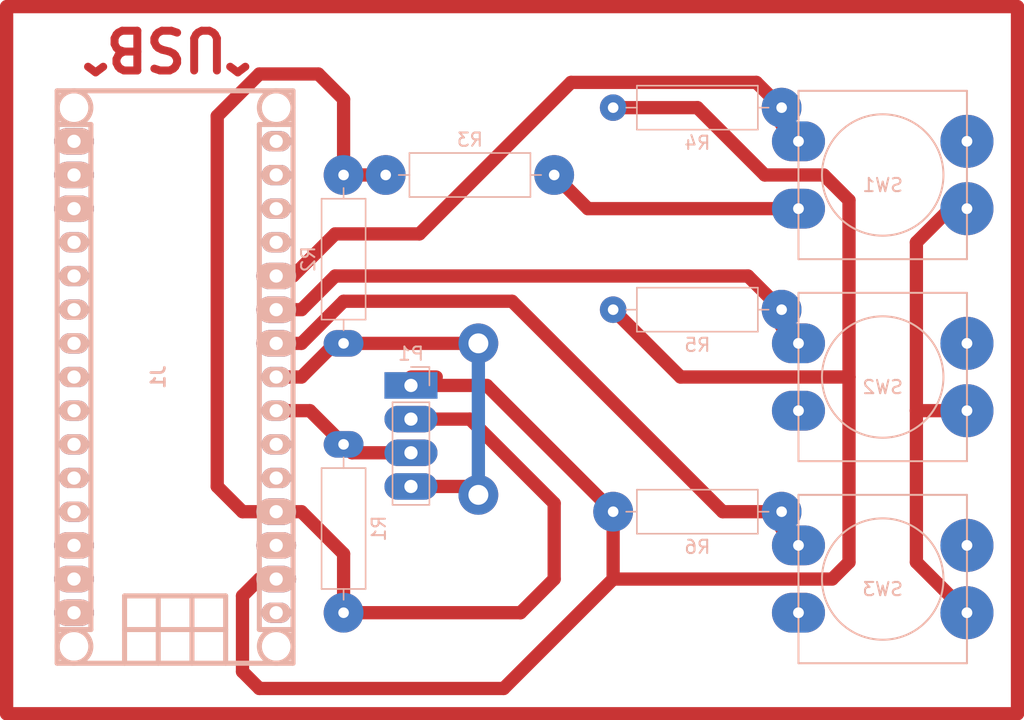
<source format=kicad_pcb>
(kicad_pcb (version 4) (host pcbnew 4.0.4-stable)

  (general
    (links 27)
    (no_connects 6)
    (area 0 0 0 0)
    (thickness 1.6)
    (drawings 1)
    (tracks 82)
    (zones 0)
    (modules 11)
    (nets 32)
  )

  (page A4)
  (layers
    (0 F.Cu signal)
    (31 B.Cu signal)
    (32 B.Adhes user)
    (33 F.Adhes user)
    (34 B.Paste user)
    (35 F.Paste user)
    (36 B.SilkS user)
    (37 F.SilkS user)
    (38 B.Mask user)
    (39 F.Mask user)
    (40 Dwgs.User user)
    (41 Cmts.User user)
    (42 Eco1.User user)
    (43 Eco2.User user)
    (44 Edge.Cuts user)
    (45 Margin user)
    (46 B.CrtYd user)
    (47 F.CrtYd user)
    (48 B.Fab user)
    (49 F.Fab user)
  )

  (setup
    (last_trace_width 0.25)
    (user_trace_width 1)
    (trace_clearance 0.2)
    (zone_clearance 0.508)
    (zone_45_only no)
    (trace_min 0.2)
    (segment_width 0.2)
    (edge_width 0.15)
    (via_size 0.6)
    (via_drill 0.4)
    (via_min_size 0.4)
    (via_min_drill 0.3)
    (user_via 3 1.5)
    (uvia_size 0.3)
    (uvia_drill 0.1)
    (uvias_allowed no)
    (uvia_min_size 0.2)
    (uvia_min_drill 0.1)
    (pcb_text_width 0.3)
    (pcb_text_size 1.5 1.5)
    (mod_edge_width 0.15)
    (mod_text_size 1 1)
    (mod_text_width 0.15)
    (pad_size 4 2)
    (pad_drill 1)
    (pad_to_mask_clearance 0.2)
    (aux_axis_origin 0 0)
    (visible_elements FFFFFF7F)
    (pcbplotparams
      (layerselection 0x00030_80000001)
      (usegerberextensions false)
      (excludeedgelayer true)
      (linewidth 0.600000)
      (plotframeref false)
      (viasonmask false)
      (mode 1)
      (useauxorigin false)
      (hpglpennumber 1)
      (hpglpenspeed 20)
      (hpglpendiameter 15)
      (hpglpenoverlay 2)
      (psnegative false)
      (psa4output false)
      (plotreference true)
      (plotvalue true)
      (plotinvisibletext false)
      (padsonsilk false)
      (subtractmaskfromsilk false)
      (outputformat 1)
      (mirror false)
      (drillshape 1)
      (scaleselection 1)
      (outputdirectory ""))
  )

  (net 0 "")
  (net 1 "Net-(J1-Pad1)")
  (net 2 "Net-(J1-Pad2)")
  (net 3 "Net-(J1-Pad3)")
  (net 4 "Net-(J1-Pad4)")
  (net 5 "Net-(J1-Pad5)")
  (net 6 "Net-(J1-Pad6)")
  (net 7 "Net-(J1-Pad7)")
  (net 8 "Net-(J1-Pad8)")
  (net 9 "Net-(J1-Pad9)")
  (net 10 "Net-(J1-Pad10)")
  (net 11 "Net-(J1-Pad11)")
  (net 12 "Net-(J1-Pad12)")
  (net 13 "Net-(J1-Pad13)")
  (net 14 "Net-(J1-Pad14)")
  (net 15 "Net-(J1-Pad15)")
  (net 16 "Net-(J1-Pad16)")
  (net 17 "Net-(J1-Pad17)")
  (net 18 "Net-(J1-Pad18)")
  (net 19 "Net-(J1-Pad19)")
  (net 20 "Net-(J1-Pad20)")
  (net 21 "Net-(J1-Pad21)")
  (net 22 "Net-(J1-Pad22)")
  (net 23 "Net-(J1-Pad23)")
  (net 24 "Net-(J1-Pad24)")
  (net 25 "Net-(J1-Pad25)")
  (net 26 "Net-(J1-Pad26)")
  (net 27 "Net-(J1-Pad27)")
  (net 28 "Net-(J1-Pad28)")
  (net 29 "Net-(J1-Pad29)")
  (net 30 "Net-(J1-Pad30)")
  (net 31 "Net-(R3-Pad1)")

  (net_class Default "This is the default net class."
    (clearance 0.2)
    (trace_width 0.25)
    (via_dia 0.6)
    (via_drill 0.4)
    (uvia_dia 0.3)
    (uvia_drill 0.1)
    (add_net "Net-(J1-Pad1)")
    (add_net "Net-(J1-Pad10)")
    (add_net "Net-(J1-Pad11)")
    (add_net "Net-(J1-Pad12)")
    (add_net "Net-(J1-Pad13)")
    (add_net "Net-(J1-Pad14)")
    (add_net "Net-(J1-Pad15)")
    (add_net "Net-(J1-Pad16)")
    (add_net "Net-(J1-Pad17)")
    (add_net "Net-(J1-Pad18)")
    (add_net "Net-(J1-Pad19)")
    (add_net "Net-(J1-Pad2)")
    (add_net "Net-(J1-Pad20)")
    (add_net "Net-(J1-Pad21)")
    (add_net "Net-(J1-Pad22)")
    (add_net "Net-(J1-Pad23)")
    (add_net "Net-(J1-Pad24)")
    (add_net "Net-(J1-Pad25)")
    (add_net "Net-(J1-Pad26)")
    (add_net "Net-(J1-Pad27)")
    (add_net "Net-(J1-Pad28)")
    (add_net "Net-(J1-Pad29)")
    (add_net "Net-(J1-Pad3)")
    (add_net "Net-(J1-Pad30)")
    (add_net "Net-(J1-Pad4)")
    (add_net "Net-(J1-Pad5)")
    (add_net "Net-(J1-Pad6)")
    (add_net "Net-(J1-Pad7)")
    (add_net "Net-(J1-Pad8)")
    (add_net "Net-(J1-Pad9)")
    (add_net "Net-(R3-Pad1)")
  )

  (module Buttons_Switches_ThroughHole:SW_PUSH-12mm (layer B.Cu) (tedit 58A59FE3) (tstamp 58A5A22B)
    (at 220.345 68.58)
    (path /58A5991E)
    (fp_text reference SW1 (at 0 0.762) (layer B.SilkS)
      (effects (font (size 1 1) (thickness 0.15)) (justify mirror))
    )
    (fp_text value SW_PUSH (at 0 -1.016) (layer B.Fab)
      (effects (font (size 1 1) (thickness 0.15)) (justify mirror))
    )
    (fp_circle (center 0 0) (end 3.81 -2.54) (layer B.SilkS) (width 0.15))
    (fp_line (start -6.35 6.35) (end 6.35 6.35) (layer B.SilkS) (width 0.15))
    (fp_line (start 6.35 6.35) (end 6.35 -6.35) (layer B.SilkS) (width 0.15))
    (fp_line (start 6.35 -6.35) (end -6.35 -6.35) (layer B.SilkS) (width 0.15))
    (fp_line (start -6.35 -6.35) (end -6.35 6.35) (layer B.SilkS) (width 0.15))
    (pad 1 thru_hole oval (at 6.35 2.54) (size 4 4) (drill 0.8128) (layers *.Cu *.Mask)
      (net 31 "Net-(R3-Pad1)"))
    (pad 2 thru_hole oval (at 6.35 -2.54) (size 4 4) (drill 0.8128) (layers *.Cu *.Mask)
      (net 20 "Net-(J1-Pad20)"))
    (pad 1 thru_hole oval (at -6.35 2.54) (size 4 3) (drill 0.8128) (layers *.Cu *.Mask)
      (net 31 "Net-(R3-Pad1)"))
    (pad 2 thru_hole oval (at -6.35 -2.54) (size 4 3) (drill 0.8128) (layers *.Cu *.Mask)
      (net 20 "Net-(J1-Pad20)"))
    (model Buttons_Switches_ThroughHole.3dshapes/SW_PUSH-12mm.wrl
      (at (xyz 0 0 0))
      (scale (xyz 4 4 4))
      (rotate (xyz 0 0 0))
    )
  )

  (module w_conn_misc:arduino_nano_header (layer B.Cu) (tedit 58A5A0FB) (tstamp 58A5A184)
    (at 167.005 83.82 90)
    (descr "Arduino Nano Header")
    (tags Arduino)
    (path /58A5985D)
    (fp_text reference J1 (at 0 -1.27 90) (layer B.SilkS)
      (effects (font (size 1.016 1.016) (thickness 0.2032)) (justify mirror))
    )
    (fp_text value Arduino_Nano_Header (at 0 1.27 90) (layer B.SilkS) hide
      (effects (font (size 1.016 0.889) (thickness 0.2032)) (justify mirror))
    )
    (fp_line (start -16.51 1.27) (end -21.59 1.27) (layer B.SilkS) (width 0.381))
    (fp_line (start -16.51 -1.27) (end -21.59 -1.27) (layer B.SilkS) (width 0.381))
    (fp_line (start -19.05 3.81) (end -19.05 -3.81) (layer B.SilkS) (width 0.381))
    (fp_line (start -21.59 3.81) (end -16.51 3.81) (layer B.SilkS) (width 0.381))
    (fp_line (start -16.51 3.81) (end -16.51 -3.81) (layer B.SilkS) (width 0.381))
    (fp_line (start -16.51 -3.81) (end -21.59 -3.81) (layer B.SilkS) (width 0.381))
    (fp_line (start 21.59 8.89) (end -21.59 8.89) (layer B.SilkS) (width 0.381))
    (fp_line (start -21.59 -8.89) (end 21.59 -8.89) (layer B.SilkS) (width 0.381))
    (fp_line (start -21.59 -8.89) (end -21.59 8.89) (layer B.SilkS) (width 0.381))
    (fp_line (start 21.59 -8.89) (end 21.59 8.89) (layer B.SilkS) (width 0.381))
    (fp_circle (center -20.32 7.62) (end -21.59 7.62) (layer B.SilkS) (width 0.381))
    (fp_circle (center -20.32 -7.62) (end -21.59 -7.62) (layer B.SilkS) (width 0.381))
    (fp_circle (center 20.32 7.62) (end 21.59 7.62) (layer B.SilkS) (width 0.381))
    (fp_circle (center 20.32 -7.62) (end 21.59 -7.62) (layer B.SilkS) (width 0.381))
    (fp_line (start 19.05 6.35) (end -19.05 6.35) (layer B.SilkS) (width 0.381))
    (fp_line (start -19.05 -6.35) (end 19.05 -6.35) (layer B.SilkS) (width 0.381))
    (fp_line (start 19.05 -8.89) (end 19.05 -6.35) (layer B.SilkS) (width 0.381))
    (fp_line (start 19.05 6.35) (end 19.05 8.89) (layer B.SilkS) (width 0.381))
    (fp_line (start -19.05 8.89) (end -19.05 6.35) (layer B.SilkS) (width 0.381))
    (fp_line (start -19.05 -8.89) (end -19.05 -6.35) (layer B.SilkS) (width 0.381))
    (pad 1 thru_hole oval (at -17.78 -7.62 90) (size 2 3) (drill 1.00076) (layers *.Cu *.Mask B.SilkS)
      (net 1 "Net-(J1-Pad1)"))
    (pad 2 thru_hole oval (at -15.24 -7.62 90) (size 2 3) (drill 1.00076) (layers *.Cu *.Mask B.SilkS)
      (net 2 "Net-(J1-Pad2)"))
    (pad 3 thru_hole oval (at -12.7 -7.62 90) (size 2 3) (drill 1.00076) (layers *.Cu *.Mask B.SilkS)
      (net 3 "Net-(J1-Pad3)"))
    (pad 4 thru_hole oval (at -10.16 -7.62 90) (size 1.524 2.19964) (drill 1.00076) (layers *.Cu *.Mask B.SilkS)
      (net 4 "Net-(J1-Pad4)"))
    (pad 5 thru_hole oval (at -7.62 -7.62 90) (size 1.524 2.19964) (drill 1.00076) (layers *.Cu *.Mask B.SilkS)
      (net 5 "Net-(J1-Pad5)"))
    (pad 6 thru_hole oval (at -5.08 -7.62 90) (size 1.524 2.19964) (drill 1.00076) (layers *.Cu *.Mask B.SilkS)
      (net 6 "Net-(J1-Pad6)"))
    (pad 7 thru_hole oval (at -2.54 -7.62 90) (size 1.524 2.19964) (drill 1.00076) (layers *.Cu *.Mask B.SilkS)
      (net 7 "Net-(J1-Pad7)"))
    (pad 8 thru_hole oval (at 0 -7.62 90) (size 1.524 2.19964) (drill 1.00076) (layers *.Cu *.Mask B.SilkS)
      (net 8 "Net-(J1-Pad8)"))
    (pad 9 thru_hole oval (at 2.54 -7.62 90) (size 1.524 2.19964) (drill 1.00076) (layers *.Cu *.Mask B.SilkS)
      (net 9 "Net-(J1-Pad9)"))
    (pad 10 thru_hole oval (at 5.08 -7.62 90) (size 1.524 2.19964) (drill 1.00076) (layers *.Cu *.Mask B.SilkS)
      (net 10 "Net-(J1-Pad10)"))
    (pad 11 thru_hole oval (at 7.62 -7.62 90) (size 1.524 2.19964) (drill 1.00076) (layers *.Cu *.Mask B.SilkS)
      (net 11 "Net-(J1-Pad11)"))
    (pad 12 thru_hole oval (at 10.16 -7.62 90) (size 1.524 2.19964) (drill 1.00076) (layers *.Cu *.Mask B.SilkS)
      (net 12 "Net-(J1-Pad12)"))
    (pad 13 thru_hole oval (at 12.7 -7.62 90) (size 2 3) (drill 1.00076) (layers *.Cu *.Mask B.SilkS)
      (net 13 "Net-(J1-Pad13)"))
    (pad 14 thru_hole oval (at 15.24 -7.62 90) (size 2 3) (drill 1.00076) (layers *.Cu *.Mask B.SilkS)
      (net 14 "Net-(J1-Pad14)"))
    (pad 15 thru_hole oval (at 17.78 -7.62 90) (size 2 3) (drill 1.00076) (layers *.Cu *.Mask B.SilkS)
      (net 15 "Net-(J1-Pad15)"))
    (pad 16 thru_hole oval (at 17.78 7.62 90) (size 1.524 2.19964) (drill 1.00076) (layers *.Cu *.Mask B.SilkS)
      (net 16 "Net-(J1-Pad16)"))
    (pad 17 thru_hole oval (at 15.24 7.62 90) (size 1.524 2.19964) (drill 1.00076) (layers *.Cu *.Mask B.SilkS)
      (net 17 "Net-(J1-Pad17)"))
    (pad 18 thru_hole oval (at 12.7 7.62 90) (size 1.524 2.19964) (drill 1.00076) (layers *.Cu *.Mask B.SilkS)
      (net 18 "Net-(J1-Pad18)"))
    (pad 19 thru_hole oval (at 10.16 7.62 90) (size 1.524 2.19964) (drill 1.00076) (layers *.Cu *.Mask B.SilkS)
      (net 19 "Net-(J1-Pad19)"))
    (pad 20 thru_hole oval (at 7.62 7.62 90) (size 2 3) (drill 1.00076) (layers *.Cu *.Mask B.SilkS)
      (net 20 "Net-(J1-Pad20)"))
    (pad 21 thru_hole oval (at 5.08 7.62 90) (size 2 3) (drill 1.00076) (layers *.Cu *.Mask B.SilkS)
      (net 21 "Net-(J1-Pad21)"))
    (pad 22 thru_hole oval (at 2.54 7.62 90) (size 2 3) (drill 1.00076) (layers *.Cu *.Mask B.SilkS)
      (net 22 "Net-(J1-Pad22)"))
    (pad 23 thru_hole oval (at 0 7.62 90) (size 1.524 2.1971) (drill 1.00076) (layers *.Cu *.Mask B.SilkS)
      (net 23 "Net-(J1-Pad23)"))
    (pad 24 thru_hole oval (at -2.54 7.62 90) (size 1.524 2.1971) (drill 0.99822) (layers *.Cu *.Mask B.SilkS)
      (net 24 "Net-(J1-Pad24)"))
    (pad 25 thru_hole oval (at -5.08 7.62 90) (size 1.524 2.1971) (drill 0.99822) (layers *.Cu *.Mask B.SilkS)
      (net 25 "Net-(J1-Pad25)"))
    (pad 26 thru_hole oval (at -7.62 7.62 90) (size 1.524 2.1971) (drill 0.99822) (layers *.Cu *.Mask B.SilkS)
      (net 26 "Net-(J1-Pad26)"))
    (pad 27 thru_hole oval (at -10.16 7.62 90) (size 2 3) (drill 0.99822) (layers *.Cu *.Mask B.SilkS)
      (net 27 "Net-(J1-Pad27)"))
    (pad 28 thru_hole oval (at -12.7 7.62 90) (size 2 3) (drill 0.99822) (layers *.Cu *.Mask B.SilkS)
      (net 28 "Net-(J1-Pad28)"))
    (pad 29 thru_hole oval (at -15.24 7.62 90) (size 2 3) (drill 0.99822) (layers *.Cu *.Mask B.SilkS)
      (net 29 "Net-(J1-Pad29)"))
    (pad 30 thru_hole oval (at -17.78 7.62 90) (size 1.524 2.1971) (drill 0.99822) (layers *.Cu *.Mask B.SilkS)
      (net 30 "Net-(J1-Pad30)"))
    (model walter/conn_misc/arduino_nano_header.wrl
      (at (xyz 0 0 0))
      (scale (xyz 1 1 1))
      (rotate (xyz 0 0 0))
    )
  )

  (module Pin_Headers:Pin_Header_Straight_1x04_Pitch2.54mm (layer B.Cu) (tedit 58A5A112) (tstamp 58A5A19A)
    (at 184.785 84.455 180)
    (descr "Through hole straight pin header, 1x04, 2.54mm pitch, single row")
    (tags "Through hole pin header THT 1x04 2.54mm single row")
    (path /58A59A0A)
    (fp_text reference P1 (at 0 2.39 180) (layer B.SilkS)
      (effects (font (size 1 1) (thickness 0.15)) (justify mirror))
    )
    (fp_text value CONN_01X04 (at 0 -10.01 180) (layer B.Fab)
      (effects (font (size 1 1) (thickness 0.15)) (justify mirror))
    )
    (fp_line (start -1.27 1.27) (end -1.27 -8.89) (layer B.Fab) (width 0.1))
    (fp_line (start -1.27 -8.89) (end 1.27 -8.89) (layer B.Fab) (width 0.1))
    (fp_line (start 1.27 -8.89) (end 1.27 1.27) (layer B.Fab) (width 0.1))
    (fp_line (start 1.27 1.27) (end -1.27 1.27) (layer B.Fab) (width 0.1))
    (fp_line (start -1.39 -1.27) (end -1.39 -9.01) (layer B.SilkS) (width 0.12))
    (fp_line (start -1.39 -9.01) (end 1.39 -9.01) (layer B.SilkS) (width 0.12))
    (fp_line (start 1.39 -9.01) (end 1.39 -1.27) (layer B.SilkS) (width 0.12))
    (fp_line (start 1.39 -1.27) (end -1.39 -1.27) (layer B.SilkS) (width 0.12))
    (fp_line (start -1.39 0) (end -1.39 1.39) (layer B.SilkS) (width 0.12))
    (fp_line (start -1.39 1.39) (end 0 1.39) (layer B.SilkS) (width 0.12))
    (fp_line (start -1.6 1.6) (end -1.6 -9.2) (layer B.CrtYd) (width 0.05))
    (fp_line (start -1.6 -9.2) (end 1.6 -9.2) (layer B.CrtYd) (width 0.05))
    (fp_line (start 1.6 -9.2) (end 1.6 1.6) (layer B.CrtYd) (width 0.05))
    (fp_line (start 1.6 1.6) (end -1.6 1.6) (layer B.CrtYd) (width 0.05))
    (pad 1 thru_hole rect (at 0 0 180) (size 4 2) (drill 1) (layers *.Cu *.Mask)
      (net 29 "Net-(J1-Pad29)"))
    (pad 2 thru_hole oval (at 0 -2.54 180) (size 4 2) (drill 1) (layers *.Cu *.Mask)
      (net 27 "Net-(J1-Pad27)"))
    (pad 3 thru_hole oval (at 0 -5.08 180) (size 4 2) (drill 1) (layers *.Cu *.Mask)
      (net 24 "Net-(J1-Pad24)"))
    (pad 4 thru_hole oval (at 0 -7.62 180) (size 4 2) (drill 1) (layers *.Cu *.Mask)
      (net 23 "Net-(J1-Pad23)"))
    (model Pin_Headers.3dshapes/Pin_Header_Straight_1x04_Pitch2.54mm.wrl
      (at (xyz 0 -0.15 0))
      (scale (xyz 1 1 1))
      (rotate (xyz 0 0 90))
    )
  )

  (module Resistors_ThroughHole:R_Axial_DIN0309_L9.0mm_D3.2mm_P12.70mm_Horizontal (layer B.Cu) (tedit 58A5A062) (tstamp 58A5A1B0)
    (at 179.705 101.6 90)
    (descr "Resistor, Axial_DIN0309 series, Axial, Horizontal, pin pitch=12.7mm, 0.5W = 1/2W, length*diameter=9*3.2mm^2, http://cdn-reichelt.de/documents/datenblatt/B400/1_4W%23YAG.pdf")
    (tags "Resistor Axial_DIN0309 series Axial Horizontal pin pitch 12.7mm 0.5W = 1/2W length 9mm diameter 3.2mm")
    (path /58A59E9D)
    (fp_text reference R1 (at 6.35 2.66 90) (layer B.SilkS)
      (effects (font (size 1 1) (thickness 0.15)) (justify mirror))
    )
    (fp_text value R2200oHm (at 6.35 -2.66 90) (layer B.Fab)
      (effects (font (size 1 1) (thickness 0.15)) (justify mirror))
    )
    (fp_line (start 1.85 1.6) (end 1.85 -1.6) (layer B.Fab) (width 0.1))
    (fp_line (start 1.85 -1.6) (end 10.85 -1.6) (layer B.Fab) (width 0.1))
    (fp_line (start 10.85 -1.6) (end 10.85 1.6) (layer B.Fab) (width 0.1))
    (fp_line (start 10.85 1.6) (end 1.85 1.6) (layer B.Fab) (width 0.1))
    (fp_line (start 0 0) (end 1.85 0) (layer B.Fab) (width 0.1))
    (fp_line (start 12.7 0) (end 10.85 0) (layer B.Fab) (width 0.1))
    (fp_line (start 1.79 1.66) (end 1.79 -1.66) (layer B.SilkS) (width 0.12))
    (fp_line (start 1.79 -1.66) (end 10.91 -1.66) (layer B.SilkS) (width 0.12))
    (fp_line (start 10.91 -1.66) (end 10.91 1.66) (layer B.SilkS) (width 0.12))
    (fp_line (start 10.91 1.66) (end 1.79 1.66) (layer B.SilkS) (width 0.12))
    (fp_line (start 0.98 0) (end 1.79 0) (layer B.SilkS) (width 0.12))
    (fp_line (start 11.72 0) (end 10.91 0) (layer B.SilkS) (width 0.12))
    (fp_line (start -1.05 1.95) (end -1.05 -1.95) (layer B.CrtYd) (width 0.05))
    (fp_line (start -1.05 -1.95) (end 13.75 -1.95) (layer B.CrtYd) (width 0.05))
    (fp_line (start 13.75 -1.95) (end 13.75 1.95) (layer B.CrtYd) (width 0.05))
    (fp_line (start 13.75 1.95) (end -1.05 1.95) (layer B.CrtYd) (width 0.05))
    (pad 1 thru_hole circle (at 0 0 90) (size 3 3) (drill 0.8) (layers *.Cu *.Mask)
      (net 27 "Net-(J1-Pad27)"))
    (pad 2 thru_hole oval (at 12.7 0 90) (size 2 3) (drill 0.8) (layers *.Cu *.Mask)
      (net 24 "Net-(J1-Pad24)"))
    (model Resistors_ThroughHole.3dshapes/R_Axial_DIN0309_L9.0mm_D3.2mm_P12.70mm_Horizontal.wrl
      (at (xyz 0 0 0))
      (scale (xyz 0.393701 0.393701 0.393701))
      (rotate (xyz 0 0 0))
    )
  )

  (module Resistors_ThroughHole:R_Axial_DIN0309_L9.0mm_D3.2mm_P12.70mm_Horizontal (layer B.Cu) (tedit 58A5A06B) (tstamp 58A5A1C6)
    (at 179.705 68.58 270)
    (descr "Resistor, Axial_DIN0309 series, Axial, Horizontal, pin pitch=12.7mm, 0.5W = 1/2W, length*diameter=9*3.2mm^2, http://cdn-reichelt.de/documents/datenblatt/B400/1_4W%23YAG.pdf")
    (tags "Resistor Axial_DIN0309 series Axial Horizontal pin pitch 12.7mm 0.5W = 1/2W length 9mm diameter 3.2mm")
    (path /58A59E48)
    (fp_text reference R2 (at 6.35 2.66 270) (layer B.SilkS)
      (effects (font (size 1 1) (thickness 0.15)) (justify mirror))
    )
    (fp_text value R2200Ohm (at 6.35 -2.66 270) (layer B.Fab)
      (effects (font (size 1 1) (thickness 0.15)) (justify mirror))
    )
    (fp_line (start 1.85 1.6) (end 1.85 -1.6) (layer B.Fab) (width 0.1))
    (fp_line (start 1.85 -1.6) (end 10.85 -1.6) (layer B.Fab) (width 0.1))
    (fp_line (start 10.85 -1.6) (end 10.85 1.6) (layer B.Fab) (width 0.1))
    (fp_line (start 10.85 1.6) (end 1.85 1.6) (layer B.Fab) (width 0.1))
    (fp_line (start 0 0) (end 1.85 0) (layer B.Fab) (width 0.1))
    (fp_line (start 12.7 0) (end 10.85 0) (layer B.Fab) (width 0.1))
    (fp_line (start 1.79 1.66) (end 1.79 -1.66) (layer B.SilkS) (width 0.12))
    (fp_line (start 1.79 -1.66) (end 10.91 -1.66) (layer B.SilkS) (width 0.12))
    (fp_line (start 10.91 -1.66) (end 10.91 1.66) (layer B.SilkS) (width 0.12))
    (fp_line (start 10.91 1.66) (end 1.79 1.66) (layer B.SilkS) (width 0.12))
    (fp_line (start 0.98 0) (end 1.79 0) (layer B.SilkS) (width 0.12))
    (fp_line (start 11.72 0) (end 10.91 0) (layer B.SilkS) (width 0.12))
    (fp_line (start -1.05 1.95) (end -1.05 -1.95) (layer B.CrtYd) (width 0.05))
    (fp_line (start -1.05 -1.95) (end 13.75 -1.95) (layer B.CrtYd) (width 0.05))
    (fp_line (start 13.75 -1.95) (end 13.75 1.95) (layer B.CrtYd) (width 0.05))
    (fp_line (start 13.75 1.95) (end -1.05 1.95) (layer B.CrtYd) (width 0.05))
    (pad 1 thru_hole circle (at 0 0 270) (size 3 3) (drill 0.8) (layers *.Cu *.Mask)
      (net 27 "Net-(J1-Pad27)"))
    (pad 2 thru_hole oval (at 12.7 0 270) (size 2 3) (drill 0.8) (layers *.Cu *.Mask)
      (net 23 "Net-(J1-Pad23)"))
    (model Resistors_ThroughHole.3dshapes/R_Axial_DIN0309_L9.0mm_D3.2mm_P12.70mm_Horizontal.wrl
      (at (xyz 0 0 0))
      (scale (xyz 0.393701 0.393701 0.393701))
      (rotate (xyz 0 0 0))
    )
  )

  (module Resistors_ThroughHole:R_Axial_DIN0309_L9.0mm_D3.2mm_P12.70mm_Horizontal (layer B.Cu) (tedit 58A5A070) (tstamp 58A5A1DC)
    (at 195.58 68.58 180)
    (descr "Resistor, Axial_DIN0309 series, Axial, Horizontal, pin pitch=12.7mm, 0.5W = 1/2W, length*diameter=9*3.2mm^2, http://cdn-reichelt.de/documents/datenblatt/B400/1_4W%23YAG.pdf")
    (tags "Resistor Axial_DIN0309 series Axial Horizontal pin pitch 12.7mm 0.5W = 1/2W length 9mm diameter 3.2mm")
    (path /58A5A03E)
    (fp_text reference R3 (at 6.35 2.66 180) (layer B.SilkS)
      (effects (font (size 1 1) (thickness 0.15)) (justify mirror))
    )
    (fp_text value R3000oHm (at 6.35 -2.66 180) (layer B.Fab)
      (effects (font (size 1 1) (thickness 0.15)) (justify mirror))
    )
    (fp_line (start 1.85 1.6) (end 1.85 -1.6) (layer B.Fab) (width 0.1))
    (fp_line (start 1.85 -1.6) (end 10.85 -1.6) (layer B.Fab) (width 0.1))
    (fp_line (start 10.85 -1.6) (end 10.85 1.6) (layer B.Fab) (width 0.1))
    (fp_line (start 10.85 1.6) (end 1.85 1.6) (layer B.Fab) (width 0.1))
    (fp_line (start 0 0) (end 1.85 0) (layer B.Fab) (width 0.1))
    (fp_line (start 12.7 0) (end 10.85 0) (layer B.Fab) (width 0.1))
    (fp_line (start 1.79 1.66) (end 1.79 -1.66) (layer B.SilkS) (width 0.12))
    (fp_line (start 1.79 -1.66) (end 10.91 -1.66) (layer B.SilkS) (width 0.12))
    (fp_line (start 10.91 -1.66) (end 10.91 1.66) (layer B.SilkS) (width 0.12))
    (fp_line (start 10.91 1.66) (end 1.79 1.66) (layer B.SilkS) (width 0.12))
    (fp_line (start 0.98 0) (end 1.79 0) (layer B.SilkS) (width 0.12))
    (fp_line (start 11.72 0) (end 10.91 0) (layer B.SilkS) (width 0.12))
    (fp_line (start -1.05 1.95) (end -1.05 -1.95) (layer B.CrtYd) (width 0.05))
    (fp_line (start -1.05 -1.95) (end 13.75 -1.95) (layer B.CrtYd) (width 0.05))
    (fp_line (start 13.75 -1.95) (end 13.75 1.95) (layer B.CrtYd) (width 0.05))
    (fp_line (start 13.75 1.95) (end -1.05 1.95) (layer B.CrtYd) (width 0.05))
    (pad 1 thru_hole circle (at 0 0 180) (size 3 3) (drill 0.8) (layers *.Cu *.Mask)
      (net 31 "Net-(R3-Pad1)"))
    (pad 2 thru_hole oval (at 12.7 0 180) (size 3 3) (drill 0.8) (layers *.Cu *.Mask)
      (net 27 "Net-(J1-Pad27)"))
    (model Resistors_ThroughHole.3dshapes/R_Axial_DIN0309_L9.0mm_D3.2mm_P12.70mm_Horizontal.wrl
      (at (xyz 0 0 0))
      (scale (xyz 0.393701 0.393701 0.393701))
      (rotate (xyz 0 0 0))
    )
  )

  (module Resistors_ThroughHole:R_Axial_DIN0309_L9.0mm_D3.2mm_P12.70mm_Horizontal (layer B.Cu) (tedit 58A5A032) (tstamp 58A5A1F2)
    (at 200.025 63.5)
    (descr "Resistor, Axial_DIN0309 series, Axial, Horizontal, pin pitch=12.7mm, 0.5W = 1/2W, length*diameter=9*3.2mm^2, http://cdn-reichelt.de/documents/datenblatt/B400/1_4W%23YAG.pdf")
    (tags "Resistor Axial_DIN0309 series Axial Horizontal pin pitch 12.7mm 0.5W = 1/2W length 9mm diameter 3.2mm")
    (path /58A5A27B)
    (fp_text reference R4 (at 6.35 2.66) (layer B.SilkS)
      (effects (font (size 1 1) (thickness 0.15)) (justify mirror))
    )
    (fp_text value R4700oHm (at 6.35 -2.66) (layer B.Fab)
      (effects (font (size 1 1) (thickness 0.15)) (justify mirror))
    )
    (fp_line (start 1.85 1.6) (end 1.85 -1.6) (layer B.Fab) (width 0.1))
    (fp_line (start 1.85 -1.6) (end 10.85 -1.6) (layer B.Fab) (width 0.1))
    (fp_line (start 10.85 -1.6) (end 10.85 1.6) (layer B.Fab) (width 0.1))
    (fp_line (start 10.85 1.6) (end 1.85 1.6) (layer B.Fab) (width 0.1))
    (fp_line (start 0 0) (end 1.85 0) (layer B.Fab) (width 0.1))
    (fp_line (start 12.7 0) (end 10.85 0) (layer B.Fab) (width 0.1))
    (fp_line (start 1.79 1.66) (end 1.79 -1.66) (layer B.SilkS) (width 0.12))
    (fp_line (start 1.79 -1.66) (end 10.91 -1.66) (layer B.SilkS) (width 0.12))
    (fp_line (start 10.91 -1.66) (end 10.91 1.66) (layer B.SilkS) (width 0.12))
    (fp_line (start 10.91 1.66) (end 1.79 1.66) (layer B.SilkS) (width 0.12))
    (fp_line (start 0.98 0) (end 1.79 0) (layer B.SilkS) (width 0.12))
    (fp_line (start 11.72 0) (end 10.91 0) (layer B.SilkS) (width 0.12))
    (fp_line (start -1.05 1.95) (end -1.05 -1.95) (layer B.CrtYd) (width 0.05))
    (fp_line (start -1.05 -1.95) (end 13.75 -1.95) (layer B.CrtYd) (width 0.05))
    (fp_line (start 13.75 -1.95) (end 13.75 1.95) (layer B.CrtYd) (width 0.05))
    (fp_line (start 13.75 1.95) (end -1.05 1.95) (layer B.CrtYd) (width 0.05))
    (pad 1 thru_hole circle (at 0 0) (size 2 2) (drill 0.8) (layers *.Cu *.Mask)
      (net 29 "Net-(J1-Pad29)"))
    (pad 2 thru_hole oval (at 12.7 0) (size 3 3) (drill 0.8) (layers *.Cu *.Mask)
      (net 20 "Net-(J1-Pad20)"))
    (model Resistors_ThroughHole.3dshapes/R_Axial_DIN0309_L9.0mm_D3.2mm_P12.70mm_Horizontal.wrl
      (at (xyz 0 0 0))
      (scale (xyz 0.393701 0.393701 0.393701))
      (rotate (xyz 0 0 0))
    )
  )

  (module Resistors_ThroughHole:R_Axial_DIN0309_L9.0mm_D3.2mm_P12.70mm_Horizontal (layer B.Cu) (tedit 58A5A03D) (tstamp 58A5A208)
    (at 200.025 78.74)
    (descr "Resistor, Axial_DIN0309 series, Axial, Horizontal, pin pitch=12.7mm, 0.5W = 1/2W, length*diameter=9*3.2mm^2, http://cdn-reichelt.de/documents/datenblatt/B400/1_4W%23YAG.pdf")
    (tags "Resistor Axial_DIN0309 series Axial Horizontal pin pitch 12.7mm 0.5W = 1/2W length 9mm diameter 3.2mm")
    (path /58A5A2D3)
    (fp_text reference R5 (at 6.35 2.66) (layer B.SilkS)
      (effects (font (size 1 1) (thickness 0.15)) (justify mirror))
    )
    (fp_text value R4700oHm (at 6.35 -2.66) (layer B.Fab)
      (effects (font (size 1 1) (thickness 0.15)) (justify mirror))
    )
    (fp_line (start 1.85 1.6) (end 1.85 -1.6) (layer B.Fab) (width 0.1))
    (fp_line (start 1.85 -1.6) (end 10.85 -1.6) (layer B.Fab) (width 0.1))
    (fp_line (start 10.85 -1.6) (end 10.85 1.6) (layer B.Fab) (width 0.1))
    (fp_line (start 10.85 1.6) (end 1.85 1.6) (layer B.Fab) (width 0.1))
    (fp_line (start 0 0) (end 1.85 0) (layer B.Fab) (width 0.1))
    (fp_line (start 12.7 0) (end 10.85 0) (layer B.Fab) (width 0.1))
    (fp_line (start 1.79 1.66) (end 1.79 -1.66) (layer B.SilkS) (width 0.12))
    (fp_line (start 1.79 -1.66) (end 10.91 -1.66) (layer B.SilkS) (width 0.12))
    (fp_line (start 10.91 -1.66) (end 10.91 1.66) (layer B.SilkS) (width 0.12))
    (fp_line (start 10.91 1.66) (end 1.79 1.66) (layer B.SilkS) (width 0.12))
    (fp_line (start 0.98 0) (end 1.79 0) (layer B.SilkS) (width 0.12))
    (fp_line (start 11.72 0) (end 10.91 0) (layer B.SilkS) (width 0.12))
    (fp_line (start -1.05 1.95) (end -1.05 -1.95) (layer B.CrtYd) (width 0.05))
    (fp_line (start -1.05 -1.95) (end 13.75 -1.95) (layer B.CrtYd) (width 0.05))
    (fp_line (start 13.75 -1.95) (end 13.75 1.95) (layer B.CrtYd) (width 0.05))
    (fp_line (start 13.75 1.95) (end -1.05 1.95) (layer B.CrtYd) (width 0.05))
    (pad 1 thru_hole circle (at 0 0) (size 2 2) (drill 0.8) (layers *.Cu *.Mask)
      (net 29 "Net-(J1-Pad29)"))
    (pad 2 thru_hole oval (at 12.7 0) (size 3 3) (drill 0.8) (layers *.Cu *.Mask)
      (net 21 "Net-(J1-Pad21)"))
    (model Resistors_ThroughHole.3dshapes/R_Axial_DIN0309_L9.0mm_D3.2mm_P12.70mm_Horizontal.wrl
      (at (xyz 0 0 0))
      (scale (xyz 0.393701 0.393701 0.393701))
      (rotate (xyz 0 0 0))
    )
  )

  (module Resistors_ThroughHole:R_Axial_DIN0309_L9.0mm_D3.2mm_P12.70mm_Horizontal (layer B.Cu) (tedit 58A5A043) (tstamp 58A5A21E)
    (at 200.025 93.98)
    (descr "Resistor, Axial_DIN0309 series, Axial, Horizontal, pin pitch=12.7mm, 0.5W = 1/2W, length*diameter=9*3.2mm^2, http://cdn-reichelt.de/documents/datenblatt/B400/1_4W%23YAG.pdf")
    (tags "Resistor Axial_DIN0309 series Axial Horizontal pin pitch 12.7mm 0.5W = 1/2W length 9mm diameter 3.2mm")
    (path /58A5A31E)
    (fp_text reference R6 (at 6.35 2.66) (layer B.SilkS)
      (effects (font (size 1 1) (thickness 0.15)) (justify mirror))
    )
    (fp_text value R4700oHm (at 6.35 -2.66) (layer B.Fab)
      (effects (font (size 1 1) (thickness 0.15)) (justify mirror))
    )
    (fp_line (start 1.85 1.6) (end 1.85 -1.6) (layer B.Fab) (width 0.1))
    (fp_line (start 1.85 -1.6) (end 10.85 -1.6) (layer B.Fab) (width 0.1))
    (fp_line (start 10.85 -1.6) (end 10.85 1.6) (layer B.Fab) (width 0.1))
    (fp_line (start 10.85 1.6) (end 1.85 1.6) (layer B.Fab) (width 0.1))
    (fp_line (start 0 0) (end 1.85 0) (layer B.Fab) (width 0.1))
    (fp_line (start 12.7 0) (end 10.85 0) (layer B.Fab) (width 0.1))
    (fp_line (start 1.79 1.66) (end 1.79 -1.66) (layer B.SilkS) (width 0.12))
    (fp_line (start 1.79 -1.66) (end 10.91 -1.66) (layer B.SilkS) (width 0.12))
    (fp_line (start 10.91 -1.66) (end 10.91 1.66) (layer B.SilkS) (width 0.12))
    (fp_line (start 10.91 1.66) (end 1.79 1.66) (layer B.SilkS) (width 0.12))
    (fp_line (start 0.98 0) (end 1.79 0) (layer B.SilkS) (width 0.12))
    (fp_line (start 11.72 0) (end 10.91 0) (layer B.SilkS) (width 0.12))
    (fp_line (start -1.05 1.95) (end -1.05 -1.95) (layer B.CrtYd) (width 0.05))
    (fp_line (start -1.05 -1.95) (end 13.75 -1.95) (layer B.CrtYd) (width 0.05))
    (fp_line (start 13.75 -1.95) (end 13.75 1.95) (layer B.CrtYd) (width 0.05))
    (fp_line (start 13.75 1.95) (end -1.05 1.95) (layer B.CrtYd) (width 0.05))
    (pad 1 thru_hole circle (at 0 0) (size 3 3) (drill 0.8) (layers *.Cu *.Mask)
      (net 29 "Net-(J1-Pad29)"))
    (pad 2 thru_hole oval (at 12.7 0) (size 3 3) (drill 0.8) (layers *.Cu *.Mask)
      (net 22 "Net-(J1-Pad22)"))
    (model Resistors_ThroughHole.3dshapes/R_Axial_DIN0309_L9.0mm_D3.2mm_P12.70mm_Horizontal.wrl
      (at (xyz 0 0 0))
      (scale (xyz 0.393701 0.393701 0.393701))
      (rotate (xyz 0 0 0))
    )
  )

  (module Buttons_Switches_ThroughHole:SW_PUSH-12mm (layer B.Cu) (tedit 58A59FF8) (tstamp 58A5A238)
    (at 220.345 83.82)
    (path /58A59943)
    (fp_text reference SW2 (at 0 0.762) (layer B.SilkS)
      (effects (font (size 1 1) (thickness 0.15)) (justify mirror))
    )
    (fp_text value SW_PUSH (at 0 -1.016) (layer B.Fab)
      (effects (font (size 1 1) (thickness 0.15)) (justify mirror))
    )
    (fp_circle (center 0 0) (end 3.81 -2.54) (layer B.SilkS) (width 0.15))
    (fp_line (start -6.35 6.35) (end 6.35 6.35) (layer B.SilkS) (width 0.15))
    (fp_line (start 6.35 6.35) (end 6.35 -6.35) (layer B.SilkS) (width 0.15))
    (fp_line (start 6.35 -6.35) (end -6.35 -6.35) (layer B.SilkS) (width 0.15))
    (fp_line (start -6.35 -6.35) (end -6.35 6.35) (layer B.SilkS) (width 0.15))
    (pad 1 thru_hole oval (at 6.35 2.54) (size 4 4) (drill 0.8128) (layers *.Cu *.Mask)
      (net 31 "Net-(R3-Pad1)"))
    (pad 2 thru_hole oval (at 6.35 -2.54) (size 4 4) (drill 0.8128) (layers *.Cu *.Mask)
      (net 21 "Net-(J1-Pad21)"))
    (pad 1 thru_hole oval (at -6.35 2.54) (size 4 3) (drill 0.8128) (layers *.Cu *.Mask)
      (net 31 "Net-(R3-Pad1)"))
    (pad 2 thru_hole oval (at -6.35 -2.54) (size 4 3) (drill 0.8128) (layers *.Cu *.Mask)
      (net 21 "Net-(J1-Pad21)"))
    (model Buttons_Switches_ThroughHole.3dshapes/SW_PUSH-12mm.wrl
      (at (xyz 0 0 0))
      (scale (xyz 4 4 4))
      (rotate (xyz 0 0 0))
    )
  )

  (module Buttons_Switches_ThroughHole:SW_PUSH-12mm (layer B.Cu) (tedit 58A5A00B) (tstamp 58A5A245)
    (at 220.345 99.06)
    (path /58A59966)
    (fp_text reference SW3 (at 0 0.762) (layer B.SilkS)
      (effects (font (size 1 1) (thickness 0.15)) (justify mirror))
    )
    (fp_text value SW_PUSH (at 0 -1.016) (layer B.Fab)
      (effects (font (size 1 1) (thickness 0.15)) (justify mirror))
    )
    (fp_circle (center 0 0) (end 3.81 -2.54) (layer B.SilkS) (width 0.15))
    (fp_line (start -6.35 6.35) (end 6.35 6.35) (layer B.SilkS) (width 0.15))
    (fp_line (start 6.35 6.35) (end 6.35 -6.35) (layer B.SilkS) (width 0.15))
    (fp_line (start 6.35 -6.35) (end -6.35 -6.35) (layer B.SilkS) (width 0.15))
    (fp_line (start -6.35 -6.35) (end -6.35 6.35) (layer B.SilkS) (width 0.15))
    (pad 1 thru_hole oval (at 6.35 2.54) (size 4 4) (drill 0.8128) (layers *.Cu *.Mask)
      (net 31 "Net-(R3-Pad1)"))
    (pad 2 thru_hole oval (at 6.35 -2.54) (size 4 4) (drill 0.8128) (layers *.Cu *.Mask)
      (net 22 "Net-(J1-Pad22)"))
    (pad 1 thru_hole oval (at -6.35 2.54) (size 4 3) (drill 0.8128) (layers *.Cu *.Mask)
      (net 31 "Net-(R3-Pad1)"))
    (pad 2 thru_hole oval (at -6.35 -2.54) (size 4 3) (drill 0.8128) (layers *.Cu *.Mask)
      (net 22 "Net-(J1-Pad22)"))
    (model Buttons_Switches_ThroughHole.3dshapes/SW_PUSH-12mm.wrl
      (at (xyz 0 0 0))
      (scale (xyz 4 4 4))
      (rotate (xyz 0 0 0))
    )
  )

  (gr_text ^USB^ (at 166.37 59.055 180) (layer F.Cu)
    (effects (font (size 3 3) (thickness 0.6)))
  )

  (segment (start 154.305 55.88) (end 230.505 55.88) (width 1) (layer F.Cu) (net 0))
  (segment (start 154.305 109.22) (end 154.305 55.88) (width 1) (layer F.Cu) (net 0) (tstamp 58A5AC0E))
  (segment (start 230.505 109.22) (end 154.305 109.22) (width 1) (layer F.Cu) (net 0) (tstamp 58A5AC0D))
  (segment (start 230.505 55.88) (end 230.505 109.22) (width 1) (layer F.Cu) (net 0) (tstamp 58A5AC0C))
  (segment (start 174.625 76.2) (end 175.895 76.2) (width 1) (layer F.Cu) (net 20))
  (segment (start 210.82 61.595) (end 212.725 63.5) (width 1) (layer F.Cu) (net 20) (tstamp 58A5A629))
  (segment (start 196.85 61.595) (end 210.82 61.595) (width 1) (layer F.Cu) (net 20) (tstamp 58A5A627))
  (segment (start 185.42 73.025) (end 196.85 61.595) (width 1) (layer F.Cu) (net 20) (tstamp 58A5A625))
  (segment (start 179.07 73.025) (end 185.42 73.025) (width 1) (layer F.Cu) (net 20) (tstamp 58A5A624))
  (segment (start 175.895 76.2) (end 179.07 73.025) (width 1) (layer F.Cu) (net 20) (tstamp 58A5A623))
  (segment (start 212.725 63.5) (end 212.725 64.77) (width 1) (layer F.Cu) (net 20))
  (segment (start 212.725 64.77) (end 213.995 66.04) (width 1) (layer F.Cu) (net 20) (tstamp 58A5A617))
  (segment (start 212.725 78.74) (end 212.725 80.01) (width 1) (layer F.Cu) (net 21))
  (segment (start 212.725 80.01) (end 213.995 81.28) (width 1) (layer F.Cu) (net 21) (tstamp 58A5A61F))
  (segment (start 174.625 78.74) (end 176.53 78.74) (width 1) (layer F.Cu) (net 21))
  (segment (start 210.185 76.2) (end 212.725 78.74) (width 1) (layer F.Cu) (net 21) (tstamp 58A5A61C))
  (segment (start 179.07 76.2) (end 210.185 76.2) (width 1) (layer F.Cu) (net 21) (tstamp 58A5A61B))
  (segment (start 176.53 78.74) (end 179.07 76.2) (width 1) (layer F.Cu) (net 21) (tstamp 58A5A61A))
  (segment (start 212.725 93.98) (end 212.725 95.25) (width 1) (layer F.Cu) (net 22))
  (segment (start 212.725 95.25) (end 213.995 96.52) (width 1) (layer F.Cu) (net 22) (tstamp 58A5A634))
  (segment (start 174.625 81.28) (end 176.53 81.28) (width 1) (layer F.Cu) (net 22))
  (segment (start 208.28 93.98) (end 212.725 93.98) (width 1) (layer F.Cu) (net 22) (tstamp 58A5A630))
  (segment (start 192.405 78.105) (end 208.28 93.98) (width 1) (layer F.Cu) (net 22) (tstamp 58A5A62E))
  (segment (start 179.705 78.105) (end 192.405 78.105) (width 1) (layer F.Cu) (net 22) (tstamp 58A5A62D))
  (segment (start 176.53 81.28) (end 179.705 78.105) (width 1) (layer F.Cu) (net 22) (tstamp 58A5A62C))
  (segment (start 179.705 81.28) (end 189.865 81.28) (width 1) (layer F.Cu) (net 23))
  (segment (start 189.23 92.075) (end 184.785 92.075) (width 1) (layer F.Cu) (net 23) (tstamp 58A5ACB5))
  (segment (start 189.865 92.71) (end 189.23 92.075) (width 1) (layer F.Cu) (net 23) (tstamp 58A5ACB4))
  (via (at 189.865 92.71) (size 3) (drill 1.5) (layers F.Cu B.Cu) (net 23))
  (segment (start 189.865 81.28) (end 189.865 92.71) (width 1) (layer B.Cu) (net 23) (tstamp 58A5ACB1))
  (via (at 189.865 81.28) (size 3) (drill 1.5) (layers F.Cu B.Cu) (net 23))
  (segment (start 179.705 81.28) (end 179.07 81.28) (width 1) (layer F.Cu) (net 23))
  (segment (start 179.07 81.28) (end 176.53 83.82) (width 1) (layer F.Cu) (net 23) (tstamp 58A5A4D9))
  (segment (start 176.53 83.82) (end 174.625 83.82) (width 1) (layer F.Cu) (net 23) (tstamp 58A5A4DA))
  (segment (start 184.785 89.535) (end 180.34 89.535) (width 1) (layer F.Cu) (net 24))
  (segment (start 180.34 89.535) (end 179.705 88.9) (width 1) (layer F.Cu) (net 24) (tstamp 58A5ACB8))
  (segment (start 174.625 86.36) (end 177.165 86.36) (width 1) (layer F.Cu) (net 24))
  (segment (start 177.165 86.36) (end 179.705 88.9) (width 1) (layer F.Cu) (net 24) (tstamp 58A5AC86))
  (segment (start 184.785 86.995) (end 189.23 86.995) (width 1) (layer F.Cu) (net 27))
  (segment (start 193.04 101.6) (end 179.705 101.6) (width 1) (layer F.Cu) (net 27) (tstamp 58A5ACAB))
  (segment (start 195.58 99.06) (end 193.04 101.6) (width 1) (layer F.Cu) (net 27) (tstamp 58A5ACAA))
  (segment (start 195.58 93.345) (end 195.58 99.06) (width 1) (layer F.Cu) (net 27) (tstamp 58A5ACA8))
  (segment (start 189.23 86.995) (end 195.58 93.345) (width 1) (layer F.Cu) (net 27) (tstamp 58A5ACA6))
  (segment (start 174.625 93.98) (end 176.53 93.98) (width 1) (layer F.Cu) (net 27))
  (segment (start 179.705 97.155) (end 179.705 101.6) (width 1) (layer F.Cu) (net 27) (tstamp 58A5AC79))
  (segment (start 176.53 93.98) (end 179.705 97.155) (width 1) (layer F.Cu) (net 27) (tstamp 58A5AC78))
  (segment (start 182.88 68.58) (end 179.705 68.58) (width 1) (layer F.Cu) (net 27))
  (segment (start 179.705 68.58) (end 179.705 62.865) (width 1) (layer F.Cu) (net 27))
  (segment (start 172.085 93.98) (end 174.625 93.98) (width 1) (layer F.Cu) (net 27) (tstamp 58A5A4E9))
  (segment (start 170.18 92.075) (end 172.085 93.98) (width 1) (layer F.Cu) (net 27) (tstamp 58A5A4E8))
  (segment (start 170.18 64.135) (end 170.18 92.075) (width 1) (layer F.Cu) (net 27) (tstamp 58A5A4E7))
  (segment (start 173.355 60.96) (end 170.18 64.135) (width 1) (layer F.Cu) (net 27) (tstamp 58A5A4E6))
  (segment (start 177.8 60.96) (end 173.355 60.96) (width 1) (layer F.Cu) (net 27) (tstamp 58A5A4E5))
  (segment (start 179.705 62.865) (end 177.8 60.96) (width 1) (layer F.Cu) (net 27) (tstamp 58A5A4E4))
  (segment (start 184.785 84.455) (end 190.5 84.455) (width 1) (layer F.Cu) (net 29))
  (segment (start 190.5 84.455) (end 200.025 93.98) (width 1) (layer F.Cu) (net 29) (tstamp 58A5ACA2))
  (segment (start 184.785 83.82) (end 186.69 83.82) (width 1) (layer F.Cu) (net 29))
  (segment (start 174.625 99.06) (end 173.355 99.06) (width 1) (layer F.Cu) (net 29))
  (segment (start 173.355 99.06) (end 172.085 100.33) (width 1) (layer F.Cu) (net 29) (tstamp 58A5AC57))
  (segment (start 172.085 100.33) (end 172.085 106.045) (width 1) (layer F.Cu) (net 29) (tstamp 58A5AC58))
  (segment (start 172.085 106.045) (end 173.355 107.315) (width 1) (layer F.Cu) (net 29) (tstamp 58A5AC59))
  (segment (start 173.355 107.315) (end 191.77 107.315) (width 1) (layer F.Cu) (net 29) (tstamp 58A5AC5A))
  (segment (start 191.77 107.315) (end 200.025 99.06) (width 1) (layer F.Cu) (net 29) (tstamp 58A5AC5B))
  (segment (start 217.805 83.82) (end 205.105 83.82) (width 1) (layer F.Cu) (net 29))
  (segment (start 205.105 83.82) (end 200.025 78.74) (width 1) (layer F.Cu) (net 29) (tstamp 58A5A64D))
  (segment (start 200.025 93.98) (end 200.025 99.06) (width 1) (layer F.Cu) (net 29))
  (segment (start 200.025 63.5) (end 206.375 63.5) (width 1) (layer F.Cu) (net 29))
  (segment (start 216.535 99.06) (end 200.025 99.06) (width 1) (layer F.Cu) (net 29) (tstamp 58A5A643))
  (segment (start 217.805 97.79) (end 216.535 99.06) (width 1) (layer F.Cu) (net 29) (tstamp 58A5A642))
  (segment (start 217.805 70.485) (end 217.805 83.82) (width 1) (layer F.Cu) (net 29) (tstamp 58A5A641))
  (segment (start 217.805 83.82) (end 217.805 97.79) (width 1) (layer F.Cu) (net 29) (tstamp 58A5A64B))
  (segment (start 215.9 68.58) (end 217.805 70.485) (width 1) (layer F.Cu) (net 29) (tstamp 58A5A640))
  (segment (start 211.455 68.58) (end 215.9 68.58) (width 1) (layer F.Cu) (net 29) (tstamp 58A5A63E))
  (segment (start 206.375 63.5) (end 211.455 68.58) (width 1) (layer F.Cu) (net 29) (tstamp 58A5A63C))
  (segment (start 226.695 86.36) (end 222.885 86.36) (width 1) (layer F.Cu) (net 31))
  (segment (start 226.695 71.12) (end 225.425 71.12) (width 1) (layer F.Cu) (net 31))
  (segment (start 225.425 71.12) (end 222.885 73.66) (width 1) (layer F.Cu) (net 31) (tstamp 58A5AC16))
  (segment (start 222.885 73.66) (end 222.885 86.36) (width 1) (layer F.Cu) (net 31) (tstamp 58A5AC17))
  (segment (start 222.885 86.36) (end 222.885 97.79) (width 1) (layer F.Cu) (net 31) (tstamp 58A5AC1D))
  (segment (start 222.885 97.79) (end 226.695 101.6) (width 1) (layer F.Cu) (net 31) (tstamp 58A5AC18))
  (segment (start 213.995 71.12) (end 198.12 71.12) (width 1) (layer F.Cu) (net 31))
  (segment (start 198.12 71.12) (end 195.58 68.58) (width 1) (layer F.Cu) (net 31) (tstamp 58A5A639))

)

</source>
